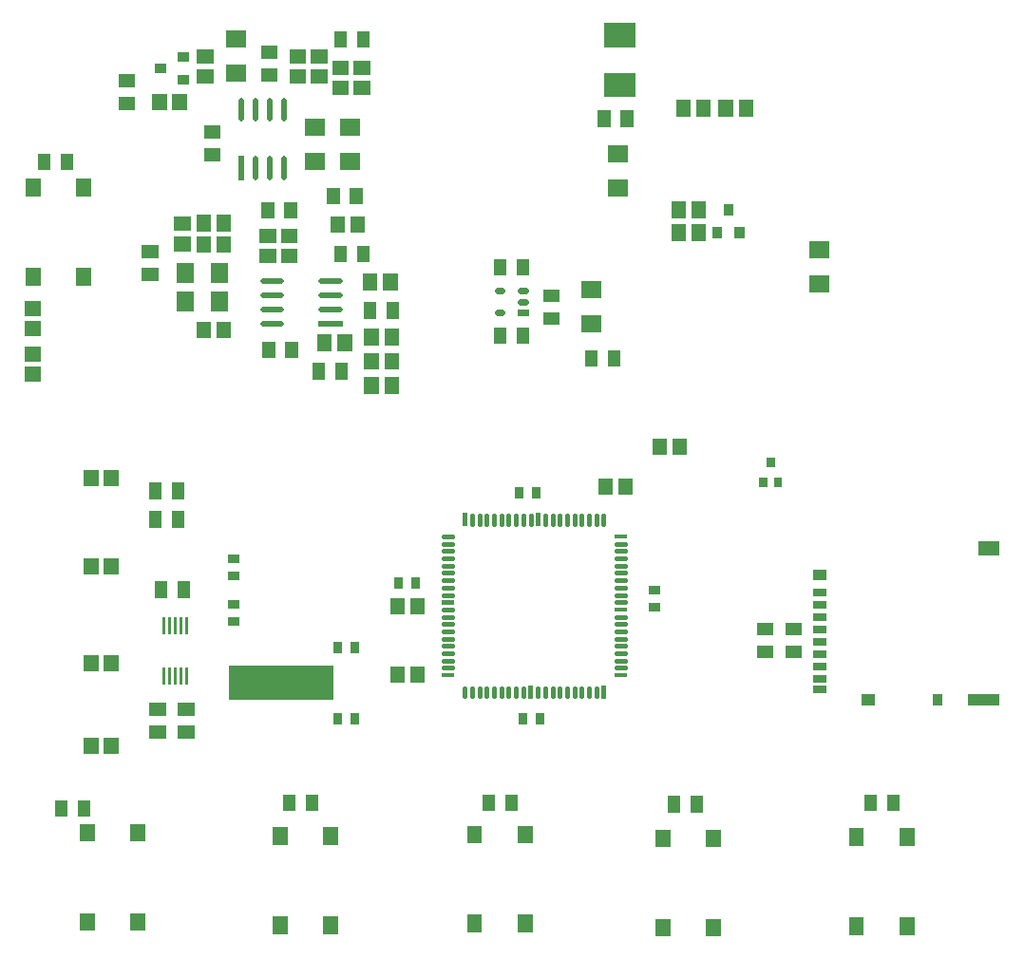
<source format=gbr>
G04 start of page 10 for group -4015 idx -4015 *
G04 Title: Balsamo, toppaste *
G04 Creator: pcb 1.99z *
G04 CreationDate: jue 24 oct 2013 15:42:49 GMT UTC *
G04 For: jalon *
G04 Format: Gerber/RS-274X *
G04 PCB-Dimensions (mil): 10000.00 10000.00 *
G04 PCB-Coordinate-Origin: lower left *
%MOIN*%
%FSLAX25Y25*%
%LNTOPPASTE*%
%ADD184R,0.1200X0.1200*%
%ADD183C,0.0240*%
%ADD182R,0.0240X0.0240*%
%ADD181R,0.0850X0.0850*%
%ADD180R,0.0115X0.0115*%
%ADD179R,0.0300X0.0300*%
%ADD178C,0.0157*%
%ADD177R,0.0157X0.0157*%
%ADD176R,0.0340X0.0340*%
%ADD175C,0.0200*%
%ADD174R,0.0200X0.0200*%
%ADD173R,0.0600X0.0600*%
%ADD172R,0.0510X0.0510*%
%ADD171R,0.0390X0.0390*%
%ADD170R,0.0310X0.0310*%
%ADD169R,0.0280X0.0280*%
%ADD168R,0.0512X0.0512*%
%ADD167R,0.0290X0.0290*%
%ADD166R,0.0512X0.0512*%
%ADD165R,0.0450X0.0450*%
G54D165*X387000Y546200D02*Y544800D01*
X379000Y546200D02*Y544800D01*
G54D166*X381000Y671393D02*Y670607D01*
X373914Y671393D02*Y670607D01*
G54D165*X358000Y702700D02*Y701300D01*
X350000Y702700D02*Y701300D01*
G54D167*X410400Y658800D02*Y658200D01*
X415500Y658800D02*Y658200D01*
X413000Y665800D02*Y665200D01*
G54D168*X240783Y503513D02*Y502489D01*
X258500Y503513D02*Y502489D01*
X240783Y534812D02*Y533788D01*
X258500Y534812D02*Y533788D01*
X309083Y504113D02*Y503089D01*
X326800Y504113D02*Y503089D01*
X309083Y535412D02*Y534388D01*
X326800Y535412D02*Y534388D01*
G54D165*X252000Y546700D02*Y545300D01*
X244000Y546700D02*Y545300D01*
X172000Y544700D02*Y543300D01*
X164000Y544700D02*Y543300D01*
X322000Y546700D02*Y545300D01*
X314000Y546700D02*Y545300D01*
G54D168*X173142Y504764D02*Y503740D01*
X190858Y504764D02*Y503740D01*
X173142Y536063D02*Y535039D01*
X190858Y536063D02*Y535039D01*
G54D166*X153607Y703543D02*X154393D01*
X153607Y696457D02*X154393D01*
G54D165*X456000Y546700D02*Y545300D01*
X448000Y546700D02*Y545300D01*
G54D169*X429142Y619849D02*X431142D01*
X429142Y615549D02*X431142D01*
X429142Y611149D02*X431142D01*
X429142Y606849D02*X431142D01*
X429142Y602549D02*X431142D01*
X429142Y598149D02*X431142D01*
X429142Y593849D02*X431142D01*
X429142Y589549D02*X431142D01*
X429142Y585749D02*X431142D01*
G54D170*X471442Y582449D02*Y581649D01*
G54D171*X429742Y625949D02*X430542D01*
X446642Y582049D02*X447442D01*
X484242D02*X491342D01*
G54D172*X488442Y635249D02*X490742D01*
G54D165*X410300Y599000D02*X411700D01*
X410300Y607000D02*X411700D01*
X420300Y599000D02*X421700D01*
X420300Y607000D02*X421700D01*
G54D166*X362000Y657393D02*Y656607D01*
X354914Y657393D02*Y656607D01*
G54D168*X443083Y503213D02*Y502189D01*
X460800Y503213D02*Y502189D01*
X443083Y534512D02*Y533488D01*
X460800Y534512D02*Y533488D01*
G54D165*X335300Y724000D02*X336700D01*
X335300Y716000D02*X336700D01*
G54D173*X349500Y714000D02*X350500D01*
X349500Y726000D02*X350500D01*
X429500Y740000D02*X430500D01*
X429500Y728000D02*X430500D01*
G54D166*X261607Y804000D02*X262393D01*
X261607Y796914D02*X262393D01*
X269107D02*X269893D01*
X269107Y804000D02*X269893D01*
G54D165*X270000Y814657D02*Y813257D01*
X262000Y814657D02*Y813257D01*
X244900Y705700D02*Y704300D01*
X236900Y705700D02*Y704300D01*
G54D166*X256357Y707893D02*Y707107D01*
X263443Y707893D02*Y707107D01*
G54D165*X262400Y698200D02*Y696800D01*
X254400Y698200D02*Y696800D01*
G54D174*X255250Y714000D02*X261750D01*
G54D175*X255250Y719000D02*X261750D01*
X255250Y724000D02*X261750D01*
X255250Y729000D02*X261750D01*
X234750D02*X241250D01*
X234750Y724000D02*X241250D01*
X234750Y719000D02*X241250D01*
X234750Y714000D02*X241250D01*
G54D165*X262000Y739400D02*Y738000D01*
X270000Y739400D02*Y738000D01*
G54D166*X260957Y749393D02*Y748607D01*
X268043Y749393D02*Y748607D01*
G54D165*X267500Y759700D02*Y758300D01*
X259500Y759700D02*Y758300D01*
X216300Y773500D02*X217700D01*
X216300Y781500D02*X217700D01*
G54D174*X227000Y772000D02*Y765500D01*
G54D175*X232000Y772000D02*Y765500D01*
X237000Y772000D02*Y765500D01*
X242000Y772000D02*Y765500D01*
Y792500D02*Y786000D01*
X237000Y792500D02*Y786000D01*
X232000Y792500D02*Y786000D01*
X227000Y792500D02*Y786000D01*
G54D173*X252449Y771258D02*X253449D01*
X252449Y783258D02*X253449D01*
X264949D02*X265949D01*
X264949Y771258D02*X265949D01*
G54D165*X236300Y809500D02*X237700D01*
X236300Y801500D02*X237700D01*
G54D173*X224949Y814258D02*X225949D01*
X224949Y802258D02*X225949D01*
G54D166*X246607Y808043D02*X247393D01*
X246607Y800957D02*X247393D01*
X254107Y808043D02*X254893D01*
X254107Y800957D02*X254893D01*
G54D165*X186300Y799500D02*X187700D01*
X186300Y791500D02*X187700D01*
G54D166*X198457Y792393D02*Y791607D01*
X205543Y792393D02*Y791607D01*
X214107Y808043D02*X214893D01*
X214107Y800957D02*X214893D01*
G54D176*X206600Y799957D02*X207200D01*
X206600Y807757D02*X207200D01*
X198400Y803857D02*X199000D01*
G54D165*X244500Y754700D02*Y753300D01*
X236500Y754700D02*Y753300D01*
G54D166*X243607Y745043D02*X244393D01*
X243607Y737957D02*X244393D01*
X236107D02*X236893D01*
X236107Y745043D02*X236893D01*
G54D165*X166000Y771700D02*Y770300D01*
X158000Y771700D02*Y770300D01*
G54D166*X153607Y712457D02*X154393D01*
X153607Y719543D02*X154393D01*
G54D168*X154132Y731170D02*Y730146D01*
X171849Y731170D02*Y730146D01*
X154132Y762469D02*Y761446D01*
X171849Y762469D02*Y761446D01*
X375142Y502764D02*Y501740D01*
X392858Y502764D02*Y501740D01*
X375142Y534063D02*Y533039D01*
X392858Y534063D02*Y533039D01*
G54D166*X181543Y660393D02*Y659607D01*
X174457Y660393D02*Y659607D01*
X181543Y629393D02*Y628607D01*
X174457Y629393D02*Y628607D01*
X181543Y595393D02*Y594607D01*
X174457Y595393D02*Y594607D01*
X181543Y566393D02*Y565607D01*
X174457Y566393D02*Y565607D01*
X289000Y591393D02*Y590607D01*
X281914Y591393D02*Y590607D01*
G54D165*X197000Y646200D02*Y644800D01*
X205000Y646200D02*Y644800D01*
X197000Y656200D02*Y654800D01*
X205000Y656200D02*Y654800D01*
G54D177*X358788Y590839D02*X361714D01*
G54D178*X358788Y593398D02*X361714D01*
X358788Y595957D02*X361714D01*
X358788Y598516D02*X361714D01*
X358788Y601075D02*X361714D01*
X358788Y603634D02*X361714D01*
X358788Y606193D02*X361714D01*
X358788Y608752D02*X361714D01*
X358788Y611311D02*X361714D01*
G54D177*X358788Y613870D02*X361714D01*
G54D178*X358788Y616429D02*X361714D01*
X358788Y618988D02*X361714D01*
X358788Y621547D02*X361714D01*
X358788Y624106D02*X361714D01*
X358788Y626665D02*X361714D01*
X358788Y629224D02*X361714D01*
X358788Y631783D02*X361714D01*
X358788Y634342D02*X361714D01*
X358788Y636901D02*X361714D01*
G54D177*X358788Y639460D02*X361714D01*
G54D178*X354252Y646921D02*Y643995D01*
X351693Y646921D02*Y643995D01*
X349134Y646921D02*Y643995D01*
X346575Y646921D02*Y643995D01*
X344016Y646921D02*Y643995D01*
X341457Y646921D02*Y643995D01*
X338898Y646921D02*Y643995D01*
X336339Y646921D02*Y643995D01*
X333780Y646921D02*Y643995D01*
G54D177*X331221Y646921D02*Y643995D01*
G54D178*X328662Y646921D02*Y643995D01*
X326103Y646921D02*Y643995D01*
X323544Y646921D02*Y643995D01*
X320985Y646921D02*Y643995D01*
X318426Y646921D02*Y643995D01*
X315867Y646921D02*Y643995D01*
X313308Y646921D02*Y643995D01*
X310749Y646921D02*Y643995D01*
X308190Y646921D02*Y643995D01*
G54D177*X305631Y646921D02*Y643995D01*
G54D178*X298170Y639459D02*X301096D01*
X298170Y636900D02*X301096D01*
X298170Y634341D02*X301096D01*
X298170Y631782D02*X301096D01*
X298170Y629223D02*X301096D01*
X298170Y626664D02*X301096D01*
X298170Y624105D02*X301096D01*
X298170Y621546D02*X301096D01*
X298170Y618987D02*X301096D01*
G54D177*X298170Y616428D02*X301096D01*
G54D178*X298170Y613869D02*X301096D01*
X298170Y611310D02*X301096D01*
X298170Y608751D02*X301096D01*
X298170Y606192D02*X301096D01*
X298170Y603633D02*X301096D01*
X298170Y601074D02*X301096D01*
X298170Y598515D02*X301096D01*
X298170Y595956D02*X301096D01*
X298170Y593397D02*X301096D01*
G54D177*X298170Y590838D02*X301096D01*
G54D178*X305632Y586303D02*Y583377D01*
X308191Y586303D02*Y583377D01*
X310750Y586303D02*Y583377D01*
X313309Y586303D02*Y583377D01*
X315868Y586303D02*Y583377D01*
X318427Y586303D02*Y583377D01*
X320986Y586303D02*Y583377D01*
X323545Y586303D02*Y583377D01*
X326104Y586303D02*Y583377D01*
G54D177*X328663Y586303D02*Y583377D01*
G54D178*X331222Y586303D02*Y583377D01*
X333781Y586303D02*Y583377D01*
X336340Y586303D02*Y583377D01*
X338899Y586303D02*Y583377D01*
X341458Y586303D02*Y583377D01*
X344017Y586303D02*Y583377D01*
X346576Y586303D02*Y583377D01*
X349135Y586303D02*Y583377D01*
X351694Y586303D02*Y583377D01*
G54D177*X354253Y586303D02*Y583377D01*
G54D179*X330642Y655249D02*Y654249D01*
X324642Y655249D02*Y654249D01*
X224000Y631500D02*X225000D01*
X224000Y625500D02*X225000D01*
X224000Y609500D02*X225000D01*
X224000Y615500D02*X225000D01*
G54D166*X289000Y615393D02*Y614607D01*
X281914Y615393D02*Y614607D01*
G54D179*X267000Y601000D02*Y600000D01*
X261000Y601000D02*Y600000D01*
X267000Y576000D02*Y575000D01*
X261000Y576000D02*Y575000D01*
X326000Y576000D02*Y575000D01*
X332000Y576000D02*Y575000D01*
X371500Y614500D02*X372500D01*
X371500Y620500D02*X372500D01*
G54D165*X207068Y621458D02*Y620058D01*
X199068Y621458D02*Y620058D01*
G54D180*X200031Y592862D02*Y588138D01*
X202000Y592862D02*Y588138D01*
X203968Y592862D02*Y588138D01*
X205936Y592862D02*Y588138D01*
X207905Y592862D02*Y588138D01*
Y610578D02*Y605854D01*
X205936Y610578D02*Y605854D01*
X203968Y610578D02*Y605854D01*
X202000Y610578D02*Y605854D01*
X200031Y610578D02*Y605854D01*
G54D165*X197168Y578758D02*X198568D01*
X197168Y570758D02*X198568D01*
X207168Y578758D02*X208568D01*
X207168Y570758D02*X208568D01*
X362520Y786900D02*Y785500D01*
X354520Y786900D02*Y785500D01*
G54D181*X358700Y815500D02*X361300D01*
X358700Y798000D02*X361300D01*
G54D166*X389385Y790157D02*Y789371D01*
X382299Y790157D02*Y789371D01*
X404299Y790157D02*Y789371D01*
X397213Y790157D02*Y789371D01*
G54D165*X326000Y734700D02*Y733300D01*
X318000Y734700D02*Y733300D01*
X326000Y710700D02*Y709300D01*
X318000Y710700D02*Y709300D01*
G54D182*X325200Y718000D02*X326800D01*
G54D183*X325200Y721900D02*X326800D01*
X325200Y725800D02*X326800D01*
X317000D02*X318600D01*
X317000Y718000D02*X318600D01*
G54D165*X194343Y731500D02*X195743D01*
X194343Y739500D02*X195743D01*
G54D166*X214000Y712393D02*Y711607D01*
X221086Y712393D02*Y711607D01*
X206024Y742174D02*X206810D01*
X206024Y749260D02*X206810D01*
G54D173*X207543Y732500D02*Y731500D01*
X219543Y732500D02*Y731500D01*
Y722500D02*Y721500D01*
X207543Y722500D02*Y721500D01*
G54D166*X221086Y749893D02*Y749107D01*
X214000Y749893D02*Y749107D01*
Y742393D02*Y741607D01*
X221086Y742393D02*Y741607D01*
X387643Y754593D02*Y753807D01*
X380557Y754593D02*Y753807D01*
X387643Y746593D02*Y745807D01*
X380557Y746593D02*Y745807D01*
G54D176*X394200Y746300D02*Y745700D01*
X402000Y746300D02*Y745700D01*
X398100Y754500D02*Y753900D01*
G54D173*X358826Y773923D02*X359826D01*
X358826Y761923D02*X359826D01*
G54D179*X282242Y623649D02*Y622649D01*
X288242Y623649D02*Y622649D01*
G54D166*X279943Y692893D02*Y692107D01*
X272857Y692893D02*Y692107D01*
X279943Y709893D02*Y709107D01*
X272857Y709893D02*Y709107D01*
X279943Y701393D02*Y700607D01*
X272857Y701393D02*Y700607D01*
X279486Y729293D02*Y728507D01*
X272400Y729293D02*Y728507D01*
G54D165*X280400Y719600D02*Y718200D01*
X272400Y719600D02*Y718200D01*
G54D184*X228765Y588023D02*X253465D01*
M02*

</source>
